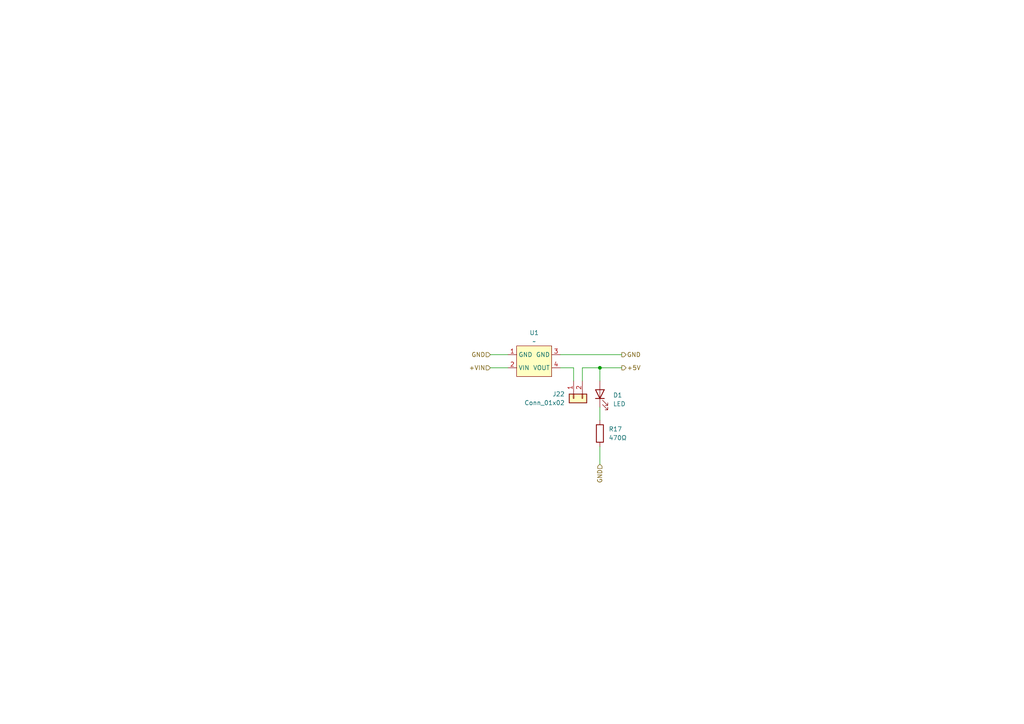
<source format=kicad_sch>
(kicad_sch (version 20250114) (generator "eeschema") (generator_version "9.0")
  (paper "A4")
  (title_block (date "2025-04-20") (rev "1.0") (company "UTN FRC") (comment 1 "Minilab") (comment 2 "Tecnicas Digitales 1") (comment 3 "Grasso y Palombo"))
  (lib_symbols
    (symbol "Connector_Generic:Conn_01x02" (pin_names (offset 1.016) (hide yes))
      (property "Reference" "J" (at 0 2.54 0))
      (property "Value" "Conn_01x02" (at 0 -5.08 0))
      (symbol "Conn_01x02_1_1"
        (rectangle (start -1.27 1.27) (end 1.27 -3.81) (stroke (width 0.254)) (fill (type background)))
        (rectangle (start -1.27 0.127) (end 0 -0.127) (stroke (width 0.1524)))
        (rectangle (start -1.27 -2.413) (end 0 -2.667) (stroke (width 0.1524)))
        (pin passive line (at -5.08 0 0) (length 3.81) (name "Pin_1") (number "1"))
        (pin passive line (at -5.08 -2.54 0) (length 3.81) (name "Pin_2") (number "2"))
      )
    )
    (symbol "Device:LED" (pin_numbers (hide yes)) (pin_names (offset 1.016) (hide yes))
      (property "Reference" "D" (at 0 2.54 0))
      (property "Value" "LED" (at 0 -2.54 0))
      (symbol "LED_0_1"
        (polyline (pts (xy -3.048 -0.762) (xy -4.572 -2.286) (xy -3.81 -2.286) (xy -4.572 -2.286) (xy -4.572 -1.524)))
        (polyline (pts (xy -1.778 -0.762) (xy -3.302 -2.286) (xy -2.54 -2.286) (xy -3.302 -2.286) (xy -3.302 -1.524)))
        (polyline (pts (xy -1.27 0) (xy 1.27 0)))
        (polyline (pts (xy -1.27 -1.27) (xy -1.27 1.27)) (stroke (width 0.254)))
        (polyline (pts (xy 1.27 -1.27) (xy 1.27 1.27) (xy -1.27 0) (xy 1.27 -1.27)) (stroke (width 0.254)))
      )
      (symbol "LED_1_1"
        (pin passive line (at -3.81 0 0) (length 2.54) (name "K") (number "1"))
        (pin passive line (at 3.81 0 180) (length 2.54) (name "A") (number "2"))
      )
    )
    (symbol "Device:R" (pin_numbers (hide yes)) (pin_names (offset 0))
      (property "Reference" "R" (at 2.032 0 90))
      (property "Value" "R" (at 0 0 90))
      (symbol "R_0_1"
        (rectangle (start -1.016 -2.54) (end 1.016 2.54) (stroke (width 0.254)))
      )
      (symbol "R_1_1"
        (pin passive line (at 0 3.81 270) (length 1.27) (name "~") (number "1"))
        (pin passive line (at 0 -3.81 90) (length 1.27) (name "~") (number "2"))
      )
    )
    (symbol "Extras:DC-DC_buck"
      (property "Reference" "U" (at 0 0 0))
      (symbol "DC-DC_buck_1_1"
        (rectangle (start -5.08 -1.27) (end 5.08 -10.16) (fill (type background)))
        (pin power_in line (at -7.62 -3.81 0) (length 2.54) (name "GND") (number "1"))
        (pin power_in line (at -7.62 -7.62 0) (length 2.54) (name "VIN") (number "2"))
        (pin power_out line (at 7.62 -3.81 180) (length 2.54) (name "GND") (number "3"))
        (pin power_out line (at 7.62 -7.62 180) (length 2.54) (name "VOUT") (number "4"))
      )
    )
  )
  (junction (at 173.99 106.68))
  (wire (pts (xy 162.56 106.68) (xy 166.37 106.68)))
  (wire (pts (xy 168.91 106.68) (xy 173.99 106.68)))
  (wire (pts (xy 168.91 110.49) (xy 168.91 106.68)))
  (wire (pts (xy 173.99 106.68) (xy 173.99 110.49)))
  (wire (pts (xy 173.99 106.68) (xy 180.34 106.68)))
  (wire (pts (xy 142.24 106.68) (xy 147.32 106.68)))
  (wire (pts (xy 142.24 102.87) (xy 147.32 102.87)))
  (wire (pts (xy 166.37 106.68) (xy 166.37 110.49)))
  (wire (pts (xy 173.99 129.54) (xy 173.99 134.62)))
  (wire (pts (xy 162.56 102.87) (xy 180.34 102.87)))
  (wire (pts (xy 173.99 118.11) (xy 173.99 121.92)))
  (hierarchical_label "+5V" (shape output) (at 180.34 106.68 0))
  (hierarchical_label "GND" (shape input) (at 142.24 102.87 180))
  (hierarchical_label "+VIN" (shape input) (at 142.24 106.68 180))
  (hierarchical_label "GND" (shape input) (at 173.99 134.62 270))
  (hierarchical_label "GND" (shape output) (at 180.34 102.87 0))
  (symbol (lib_id "Device:R") (at 173.99 125.73 0) (unit 1)
    (property "Reference" "R17" (at 176.53 124.4599 0) (effects (justify left)))
    (property "Value" "470Ω" (at 176.53 126.9999 0) (effects (justify left)))
    (property "Footprint" "Resistor_THT:R_Axial_DIN0204_L3.6mm_D1.6mm_P5.08mm_Horizontal" (effects (hide yes)))
    (property "Description" "Resistor" (effects (hide yes)))
  )
  (symbol (lib_id "Device:LED") (at 173.99 114.3 90) (unit 1)
    (property "Reference" "D1" (at 177.8 114.6174 90) (effects (justify right)))
    (property "Value" "LED" (at 177.8 117.1574 90) (effects (justify right)))
    (property "Footprint" "LED_THT:LED_Rectangular_W5.0mm_H2.0mm" (effects (hide yes)))
    (property "Description" "Light emitting diode" (effects (hide yes)))
    (property "Sim.Pins" "1=K 2=A" (effects (hide yes)))
  )
  (symbol (lib_id "Extras:DC-DC_buck") (at 154.94 99.06 0) (unit 1)
    (property "Reference" "U1" (at 154.94 96.52 0))
    (property "Value" "~" (at 154.94 99.06 0))
    (property "Footprint" "Extras:DC-DC_buck" (effects (hide yes)))
  )
  (symbol (lib_id "Connector_Generic:Conn_01x02") (at 166.37 115.57 90) (mirror x) (unit 1)
    (property "Reference" "J22" (at 163.83 114.2999 90) (effects (justify left)))
    (property "Value" "Conn_01x02" (at 163.83 116.8399 90) (effects (justify left)))
    (property "Footprint" "Connector_PinHeader_2.54mm:PinHeader_1x02_P2.54mm_Vertical" (effects (hide yes)))
    (property "Description" "Generic connector, single row, 01x02, script generated (kicad-library-utils/schlib/autogen/connector/)" (effects (hide yes)))
  )
)
</source>
